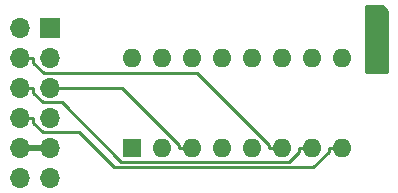
<source format=gbr>
G04 #@! TF.GenerationSoftware,KiCad,Pcbnew,5.99.0-unknown-r17121-d4cea0f2*
G04 #@! TF.CreationDate,2019-12-07T19:13:34-06:00*
G04 #@! TF.ProjectId,8_led_pmod,385f6c65-645f-4706-9d6f-642e6b696361,A*
G04 #@! TF.SameCoordinates,Original*
G04 #@! TF.FileFunction,Copper,L1,Top*
G04 #@! TF.FilePolarity,Positive*
%FSLAX46Y46*%
G04 Gerber Fmt 4.6, Leading zero omitted, Abs format (unit mm)*
G04 Created by KiCad (PCBNEW 5.99.0-unknown-r17121-d4cea0f2) date 2019-12-07 19:13:34*
%MOMM*%
%LPD*%
G04 APERTURE LIST*
%ADD10O,1.700000X1.700000*%
%ADD11R,1.700000X1.700000*%
%ADD12O,1.600000X1.600000*%
%ADD13R,1.600000X1.600000*%
%ADD14C,0.250000*%
%ADD15C,0.500000*%
%ADD16C,0.254000*%
G04 APERTURE END LIST*
D10*
X114300000Y-85090000D03*
X116840000Y-97790000D03*
X114300000Y-87630000D03*
X116840000Y-87630000D03*
X114300000Y-90170000D03*
X116840000Y-90170000D03*
X114300000Y-92710000D03*
X116840000Y-92710000D03*
X114300000Y-95250000D03*
X116840000Y-95250000D03*
X114300000Y-97790000D03*
D11*
X116840000Y-85090000D03*
D12*
X123825000Y-87630000D03*
X141605000Y-95250000D03*
X126365000Y-87630000D03*
X139065000Y-95250000D03*
X128905000Y-87630000D03*
X136525000Y-95250000D03*
X131445000Y-87630000D03*
X133985000Y-95250000D03*
X133985000Y-87630000D03*
X131445000Y-95250000D03*
X136525000Y-87630000D03*
X128905000Y-95250000D03*
X139065000Y-87630000D03*
X126365000Y-95250000D03*
X141605000Y-87630000D03*
D13*
X123825000Y-95250000D03*
D14*
X116377900Y-88900000D02*
X115475300Y-87997400D01*
X136525000Y-95250000D02*
X135399700Y-95250000D01*
X129331000Y-88900000D02*
X116377900Y-88900000D01*
X135399700Y-94968700D02*
X129331000Y-88900000D01*
X115475300Y-87997400D02*
X115475300Y-87630000D01*
X115475300Y-87630000D02*
X114300000Y-87630000D01*
X135399700Y-95250000D02*
X135399700Y-94968700D01*
D15*
X114300000Y-95250000D02*
X116840000Y-95250000D01*
D14*
X122981000Y-90170000D02*
X116840000Y-90170000D01*
X127779700Y-94968700D02*
X122981000Y-90170000D01*
X127779700Y-95250000D02*
X127779700Y-94968700D01*
X128905000Y-95250000D02*
X127779700Y-95250000D01*
X115475300Y-90537400D02*
X115475300Y-90170000D01*
X116283200Y-91345300D02*
X115475300Y-90537400D01*
X117859700Y-91345300D02*
X116283200Y-91345300D01*
X122901100Y-96386700D02*
X117859700Y-91345300D01*
X137084300Y-96386700D02*
X122901100Y-96386700D01*
X137939700Y-95531300D02*
X137084300Y-96386700D01*
X137939700Y-95250000D02*
X137939700Y-95531300D01*
X139065000Y-95250000D02*
X137939700Y-95250000D01*
X114300000Y-90170000D02*
X115475300Y-90170000D01*
X141605000Y-95250000D02*
X140479700Y-95250000D01*
X114300000Y-92710000D02*
X115475300Y-92710000D01*
X140479700Y-95531300D02*
X140479700Y-95250000D01*
X139173900Y-96837100D02*
X140479700Y-95531300D01*
X122287800Y-96837100D02*
X139173900Y-96837100D01*
X119336000Y-93885300D02*
X122287800Y-96837100D01*
X116283200Y-93885300D02*
X119336000Y-93885300D01*
X115475300Y-93077400D02*
X116283200Y-93885300D01*
X115475300Y-92710000D02*
X115475300Y-93077400D01*
G36*
X144706851Y-83185139D02*
G01*
X144722796Y-83186659D01*
X144891252Y-83201693D01*
X144998984Y-83231165D01*
X145099796Y-83279250D01*
X145190503Y-83344430D01*
X145268226Y-83424633D01*
X145330527Y-83517348D01*
X145375421Y-83619617D01*
X145402676Y-83733143D01*
X145413150Y-83875768D01*
X145416000Y-83888785D01*
X145416000Y-88774000D01*
X143636000Y-88774000D01*
X143636000Y-83184000D01*
X144702265Y-83184000D01*
X144706851Y-83185139D01*
G37*
D16*
X144706851Y-83185139D02*
X144722796Y-83186659D01*
X144891252Y-83201693D01*
X144998984Y-83231165D01*
X145099796Y-83279250D01*
X145190503Y-83344430D01*
X145268226Y-83424633D01*
X145330527Y-83517348D01*
X145375421Y-83619617D01*
X145402676Y-83733143D01*
X145413150Y-83875768D01*
X145416000Y-83888785D01*
X145416000Y-88774000D01*
X143636000Y-88774000D01*
X143636000Y-83184000D01*
X144702265Y-83184000D01*
X144706851Y-83185139D01*
M02*

</source>
